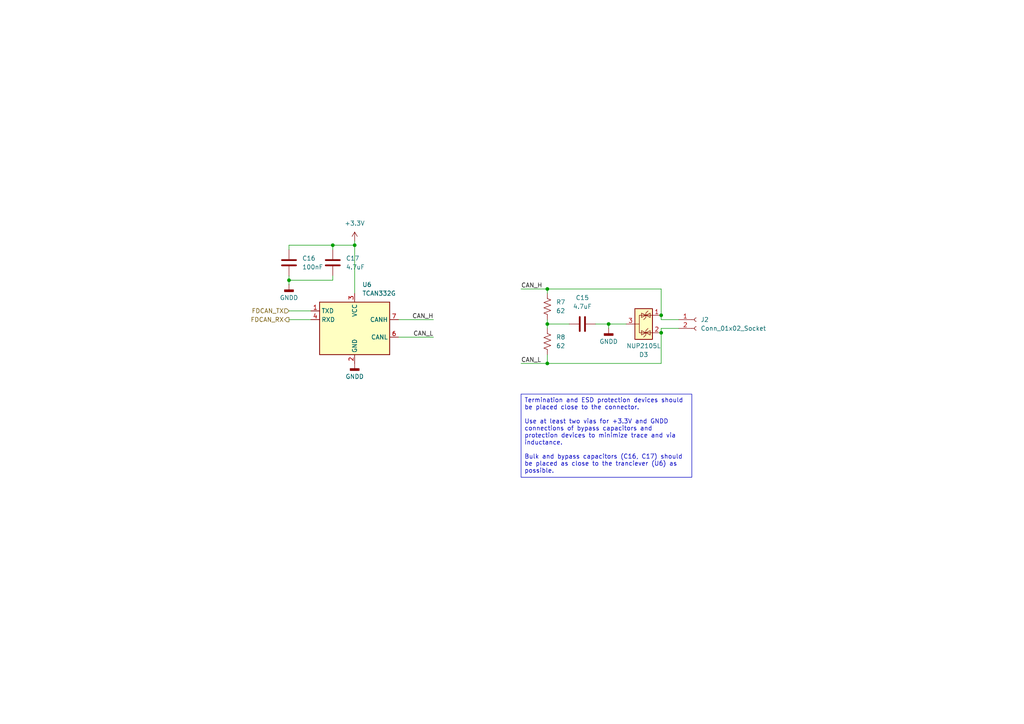
<source format=kicad_sch>
(kicad_sch (version 20231120) (generator "eeschema") (generator_version "8.0")
  (paper "A4")
  (lib_symbols
    (symbol "Connector:Conn_01x02_Socket" (pin_names (offset 1.016) hide)
      (property "Reference" "J" (at 0 2.54 0))
      (property "Value" "Conn_01x02_Socket" (at 0 -5.08 0))
      (symbol "Conn_01x02_Socket_1_1"
        (arc (start 0 -2.032) (mid -0.5058 -2.54) (end 0 -3.048) (stroke (width 0.1524)))
        (polyline (pts (xy -1.27 -2.54) (xy -0.508 -2.54)) (stroke (width 0.1524)))
        (polyline (pts (xy -1.27 0) (xy -0.508 0)) (stroke (width 0.1524)))
        (arc (start 0 0.508) (mid -0.5058 0) (end 0 -0.508) (stroke (width 0.1524)))
        (pin passive line (at -5.08 0 0) (length 3.81) (name "Pin_1") (number "1"))
        (pin passive line (at -5.08 -2.54 0) (length 3.81) (name "Pin_2") (number "2"))
      )
    )
    (symbol "Device:C" (pin_numbers hide) (pin_names (offset 0.254))
      (property "Reference" "C" (at 0.635 2.54 0))
      (property "Value" "C" (at 0.635 -2.54 0))
      (symbol "C_0_1"
        (polyline (pts (xy -2.032 -0.762) (xy 2.032 -0.762)) (stroke (width 0.508)))
        (polyline (pts (xy -2.032 0.762) (xy 2.032 0.762)) (stroke (width 0.508)))
      )
      (symbol "C_1_1"
        (pin passive line (at 0 3.81 270) (length 2.794) (name "~") (number "1"))
        (pin passive line (at 0 -3.81 90) (length 2.794) (name "~") (number "2"))
      )
    )
    (symbol "Device:R_US" (pin_numbers hide) (pin_names (offset 0))
      (property "Reference" "R" (at 2.54 0 90))
      (property "Value" "R_US" (at -2.54 0 90))
      (symbol "R_US_0_1"
        (polyline (pts (xy 0 -2.286) (xy 0 -2.54)))
        (polyline (pts (xy 0 2.286) (xy 0 2.54)))
        (polyline (pts (xy 0 -0.762) (xy 1.016 -1.143) (xy 0 -1.524) (xy -1.016 -1.905) (xy 0 -2.286)))
        (polyline (pts (xy 0 0.762) (xy 1.016 0.381) (xy 0 0) (xy -1.016 -0.381) (xy 0 -0.762)))
        (polyline (pts (xy 0 2.286) (xy 1.016 1.905) (xy 0 1.524) (xy -1.016 1.143) (xy 0 0.762)))
      )
      (symbol "R_US_1_1"
        (pin passive line (at 0 3.81 270) (length 1.27) (name "~") (number "1"))
        (pin passive line (at 0 -3.81 90) (length 1.27) (name "~") (number "2"))
      )
    )
    (symbol "Interface_CAN_LIN:TCAN332G"
      (property "Reference" "U" (at -10.16 8.89 0))
      (property "Value" "TCAN332G" (at 2.54 8.89 0))
      (symbol "TCAN332G_0_1"
        (rectangle (start -10.16 7.62) (end 10.16 -7.62) (stroke (width 0.254)) (fill (type background)))
      )
      (symbol "TCAN332G_1_1"
        (pin input line (at -12.7 5.08 0) (length 2.54) (name "TXD") (number "1"))
        (pin power_in line (at 0 -10.16 90) (length 2.54) (name "GND") (number "2"))
        (pin power_in line (at 0 10.16 270) (length 2.54) (name "VCC") (number "3"))
        (pin tri_state line (at -12.7 2.54 0) (length 2.54) (name "RXD") (number "4"))
        (pin no_connect line (at -10.16 -2.54 0) (length 2.54) hide (name "NC") (number "5"))
        (pin bidirectional line (at 12.7 -2.54 180) (length 2.54) (name "CANL") (number "6"))
        (pin bidirectional line (at 12.7 2.54 180) (length 2.54) (name "CANH") (number "7"))
        (pin no_connect line (at -10.16 -5.08 0) (length 2.54) hide (name "NC") (number "8"))
      )
    )
    (symbol "Power_Protection:NUP2105L" (pin_names hide)
      (property "Reference" "D" (at 5.715 2.54 0))
      (property "Value" "NUP2105L" (at 5.715 0.635 0))
      (symbol "NUP2105L_0_0"
        (pin passive line (at 0 -5.08 90) (length 2.54) (name "A") (number "3"))
      )
      (symbol "NUP2105L_0_1"
        (rectangle (start -4.445 2.54) (end 4.445 -2.54) (stroke (width 0.254)) (fill (type background)))
        (polyline (pts (xy -2.54 2.54) (xy -2.54 0.635)))
        (polyline (pts (xy 0 -1.27) (xy 0 -2.54)))
        (polyline (pts (xy 2.54 2.54) (xy 2.54 0.635)))
        (polyline (pts (xy -3.81 1.27) (xy -3.175 0.635) (xy -1.905 0.635) (xy -1.27 0)))
        (polyline (pts (xy -2.54 0.635) (xy -2.54 -1.27) (xy 2.54 -1.27) (xy 2.54 0.635)))
        (polyline (pts (xy -2.54 0.635) (xy -1.905 -0.635) (xy -3.175 -0.635) (xy -2.54 0.635)))
        (polyline (pts (xy 2.54 0.635) (xy 1.905 -0.635) (xy 3.175 -0.635) (xy 2.54 0.635)))
        (polyline (pts (xy 2.54 0.635) (xy 3.175 1.905) (xy 1.905 1.905) (xy 2.54 0.635)))
        (polyline (pts (xy -2.54 0.635) (xy -3.175 1.905) (xy -1.905 1.905) (xy -2.54 0.635) (xy -2.54 1.27)))
        (polyline (pts (xy 1.27 1.27) (xy 1.905 0.635) (xy 2.54 0.635) (xy 3.175 0.635) (xy 3.81 0)))
      )
      (symbol "NUP2105L_1_1"
        (pin passive line (at -2.54 5.08 270) (length 2.54) (name "K") (number "1"))
        (pin passive line (at 2.54 5.08 270) (length 2.54) (name "K") (number "2"))
      )
    )
    (symbol "power:+3.3V" (power) (pin_numbers hide) (pin_names (offset 0) hide)
      (property "Value" "+3.3V" (at 0 3.556 0))
      (symbol "+3.3V_0_1"
        (polyline (pts (xy -0.762 1.27) (xy 0 2.54)))
        (polyline (pts (xy 0 0) (xy 0 2.54)))
        (polyline (pts (xy 0 2.54) (xy 0.762 1.27)))
      )
      (symbol "+3.3V_1_1"
        (pin power_in line (at 0 0 90) (length 0) (name "~") (number "1"))
      )
    )
    (symbol "power:GNDD" (power) (pin_numbers hide) (pin_names (offset 0) hide)
      (property "Value" "GNDD" (at 0 -3.175 0))
      (symbol "GNDD_0_1"
        (rectangle (start -1.27 -1.524) (end 1.27 -2.032) (stroke (width 0.254)) (fill (type outline)))
        (polyline (pts (xy 0 0) (xy 0 -1.524)))
      )
      (symbol "GNDD_1_1"
        (pin power_in line (at 0 0 270) (length 0) (name "~") (number "1"))
      )
    )
  )
  (junction (at 176.53 93.98))
  (junction (at 158.75 105.41))
  (junction (at 83.82 81.28))
  (junction (at 158.75 83.82))
  (junction (at 191.77 96.52))
  (junction (at 158.75 93.98))
  (junction (at 96.52 71.12))
  (junction (at 191.77 91.44))
  (junction (at 102.87 71.12))
  (wire (pts (xy 158.75 83.82) (xy 191.77 83.82)))
  (wire (pts (xy 125.73 97.79) (xy 115.57 97.79)))
  (wire (pts (xy 96.52 71.12) (xy 102.87 71.12)))
  (wire (pts (xy 158.75 83.82) (xy 158.75 85.09)))
  (wire (pts (xy 83.82 90.17) (xy 90.17 90.17)))
  (wire (pts (xy 191.77 96.52) (xy 191.77 105.41)))
  (wire (pts (xy 172.72 93.98) (xy 176.53 93.98)))
  (wire (pts (xy 191.77 92.71) (xy 196.85 92.71)))
  (wire (pts (xy 191.77 95.25) (xy 191.77 96.52)))
  (wire (pts (xy 96.52 71.12) (xy 96.52 72.39)))
  (wire (pts (xy 176.53 93.98) (xy 176.53 95.25)))
  (wire (pts (xy 151.13 83.82) (xy 158.75 83.82)))
  (wire (pts (xy 158.75 105.41) (xy 158.75 102.87)))
  (wire (pts (xy 125.73 92.71) (xy 115.57 92.71)))
  (wire (pts (xy 83.82 92.71) (xy 90.17 92.71)))
  (wire (pts (xy 96.52 81.28) (xy 96.52 80.01)))
  (wire (pts (xy 158.75 95.25) (xy 158.75 93.98)))
  (wire (pts (xy 191.77 83.82) (xy 191.77 91.44)))
  (wire (pts (xy 102.87 71.12) (xy 102.87 85.09)))
  (wire (pts (xy 181.61 93.98) (xy 176.53 93.98)))
  (wire (pts (xy 83.82 82.55) (xy 83.82 81.28)))
  (wire (pts (xy 158.75 105.41) (xy 191.77 105.41)))
  (wire (pts (xy 191.77 95.25) (xy 196.85 95.25)))
  (wire (pts (xy 83.82 81.28) (xy 83.82 80.01)))
  (wire (pts (xy 83.82 71.12) (xy 96.52 71.12)))
  (wire (pts (xy 158.75 93.98) (xy 165.1 93.98)))
  (wire (pts (xy 83.82 81.28) (xy 96.52 81.28)))
  (wire (pts (xy 191.77 91.44) (xy 191.77 92.71)))
  (wire (pts (xy 151.13 105.41) (xy 158.75 105.41)))
  (wire (pts (xy 158.75 93.98) (xy 158.75 92.71)))
  (wire (pts (xy 102.87 69.85) (xy 102.87 71.12)))
  (wire (pts (xy 83.82 71.12) (xy 83.82 72.39)))
  (text_box "Termination and ESD protection devices should be placed close to the connector. \n\nUse at least two vias for +3.3V and GNDD connections of bypass capacitors and protection devices to minimize trace and via inductance.\n\nBulk and bypass capacitors (C16, C17) should be placed as close to the tranciever (U6) as possible." (at 151.13 114.3 0) (size 49.53 24.13) (effects (font (size 1.27 1.27)) (justify left top)))
  (label "CAN_H" (at 125.73 92.71 180))
  (label "CAN_L" (at 125.73 97.79 180))
  (label "CAN_L" (at 151.13 105.41 0))
  (label "CAN_H" (at 151.13 83.82 0))
  (hierarchical_label "FDCAN_TX" (shape input) (at 83.82 90.17 180))
  (hierarchical_label "FDCAN_RX" (shape output) (at 83.82 92.71 180))
  (symbol (lib_id "Power_Protection:NUP2105L") (at 186.69 93.98 270) (unit 1)
    (property "Reference" "D3" (at 186.69 102.87 90))
    (property "Value" "NUP2105L" (at 186.69 100.33 90))
    (property "Footprint" "Package_TO_SOT_SMD:SOT-23" (effects (hide yes)))
    (property "Datasheet" "https://www.onsemi.com/pub_link/Collateral/NUP2105L-D.PDF" (effects (hide yes)))
    (property "Description" "Dual Line CAN Bus Protector, 24Vrwm" (effects (hide yes)))
  )
  (symbol (lib_id "power:GNDD") (at 176.53 95.25 0) (unit 1)
    (property "Reference" "#PWR034" (effects (hide yes)))
    (property "Value" "GNDD" (at 176.53 99.06 0))
    (property "Description" "Power symbol creates a global label with name \"GNDD\" , digital ground" (effects (hide yes)))
  )
  (symbol (lib_id "Device:R_US") (at 158.75 99.06 0) (unit 1)
    (property "Reference" "R8" (at 161.29 97.7899 0) (effects (justify left)))
    (property "Value" "62" (at 161.29 100.3299 0) (effects (justify left)))
    (property "Footprint" "Resistor_SMD:R_0805_2012Metric_Pad1.20x1.40mm_HandSolder" (effects (hide yes)))
    (property "Description" "Resistor, US symbol" (effects (hide yes)))
  )
  (symbol (lib_id "Device:C") (at 96.52 76.2 0) (unit 1)
    (property "Reference" "C17" (at 100.33 74.9299 0) (effects (justify left)))
    (property "Value" "4.7uF" (at 100.33 77.4699 0) (effects (justify left)))
    (property "Footprint" "Capacitor_SMD:C_0603_1608Metric_Pad1.08x0.95mm_HandSolder" (effects (hide yes)))
    (property "Description" "Unpolarized capacitor" (effects (hide yes)))
  )
  (symbol (lib_id "power:GNDD") (at 83.82 82.55 0) (unit 1)
    (property "Reference" "#PWR035" (effects (hide yes)))
    (property "Value" "GNDD" (at 83.82 86.36 0))
    (property "Description" "Power symbol creates a global label with name \"GNDD\" , digital ground" (effects (hide yes)))
  )
  (symbol (lib_id "Connector:Conn_01x02_Socket") (at 201.93 92.71 0) (unit 1)
    (property "Reference" "J2" (at 203.2 92.7099 0) (effects (justify left)))
    (property "Value" "Conn_01x02_Socket" (at 203.2 95.2499 0) (effects (justify left)))
    (property "Description" "Generic connector, single row, 01x02, script generated" (effects (hide yes)))
  )
  (symbol (lib_id "Device:C") (at 168.91 93.98 90) (unit 1)
    (property "Reference" "C15" (at 168.91 86.36 90))
    (property "Value" "4.7uF" (at 168.91 88.9 90))
    (property "Footprint" "Capacitor_SMD:C_0603_1608Metric_Pad1.08x0.95mm_HandSolder" (effects (hide yes)))
    (property "Description" "Unpolarized capacitor" (effects (hide yes)))
  )
  (symbol (lib_id "power:+3.3V") (at 102.87 69.85 0) (unit 1)
    (property "Reference" "#PWR031" (effects (hide yes)))
    (property "Value" "+3.3V" (at 102.87 64.77 0))
    (property "Description" "Power symbol creates a global label with name \"+3.3V\"" (effects (hide yes)))
  )
  (symbol (lib_id "Interface_CAN_LIN:TCAN332G") (at 102.87 95.25 0) (unit 1)
    (property "Reference" "U6" (at 105.0641 82.55 0) (effects (justify left)))
    (property "Value" "TCAN332G" (at 105.0641 85.09 0) (effects (justify left)))
    (property "Datasheet" "http://www.ti.com/lit/ds/symlink/tcan337.pdf" (effects (hide yes)))
    (property "Description" "High-Speed CAN Transceiver with CAN FD, 5Mbps, 3.3V supply, SOT-23-8/SOIC-8" (effects (hide yes)))
  )
  (symbol (lib_id "Device:C") (at 83.82 76.2 0) (unit 1)
    (property "Reference" "C16" (at 87.63 74.9299 0) (effects (justify left)))
    (property "Value" "100nF" (at 87.63 77.4699 0) (effects (justify left)))
    (property "Footprint" "Capacitor_SMD:C_0603_1608Metric_Pad1.08x0.95mm_HandSolder" (effects (hide yes)))
    (property "Description" "Unpolarized capacitor" (effects (hide yes)))
  )
  (symbol (lib_id "power:GNDD") (at 102.87 105.41 0) (unit 1)
    (property "Reference" "#PWR032" (effects (hide yes)))
    (property "Value" "GNDD" (at 102.87 109.22 0))
    (property "Description" "Power symbol creates a global label with name \"GNDD\" , digital ground" (effects (hide yes)))
  )
  (symbol (lib_id "Device:R_US") (at 158.75 88.9 0) (unit 1)
    (property "Reference" "R7" (at 161.29 87.6299 0) (effects (justify left)))
    (property "Value" "62" (at 161.29 90.1699 0) (effects (justify left)))
    (property "Footprint" "Resistor_SMD:R_0805_2012Metric_Pad1.20x1.40mm_HandSolder" (effects (hide yes)))
    (property "Description" "Resistor, US symbol" (effects (hide yes)))
  )
)
</source>
